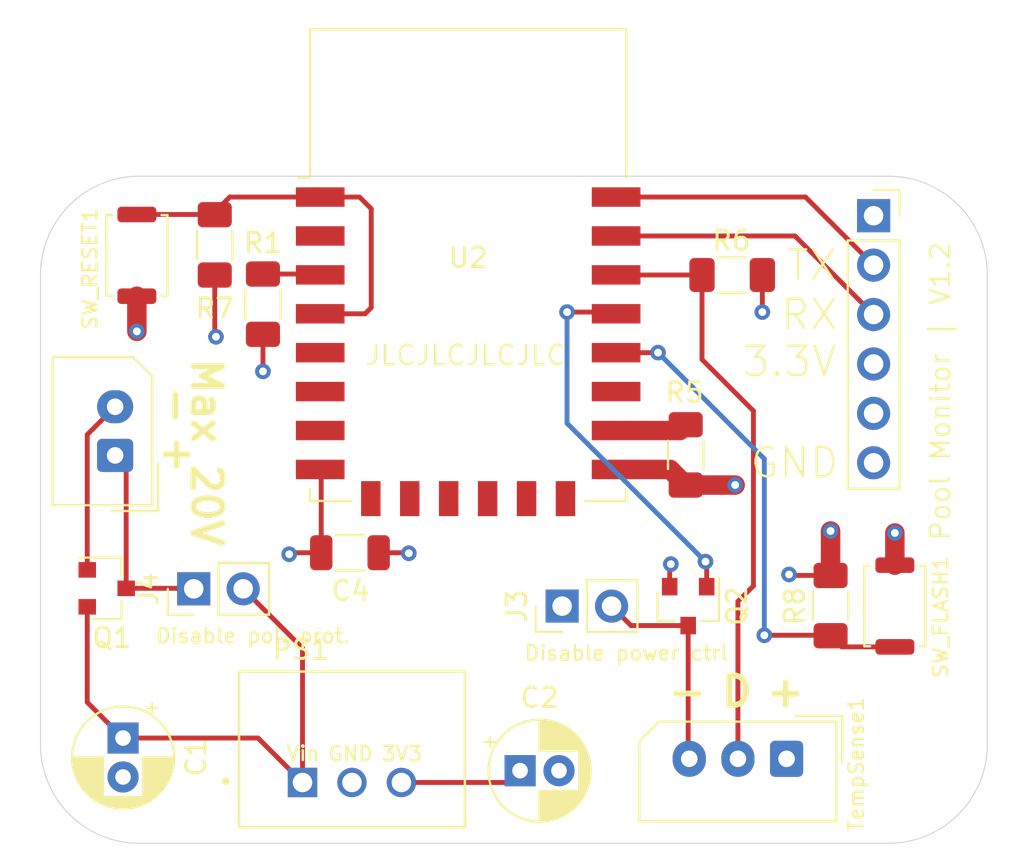
<source format=kicad_pcb>
(kicad_pcb (version 20211014) (generator pcbnew)
  (layers (0 "F.Cu" signal) (1 "In1.Cu" power "GND") (2 "In2.Cu" power "3.3V") (31 "B.Cu" signal) (34 "B.Paste" user) (35 "F.Paste" user) (36 "B.SilkS" user "B.Silkscreen") (37 "F.SilkS" user "F.Silkscreen") (38 "B.Mask" user) (39 "F.Mask" user) (44 "Edge.Cuts" user))
  (net 0 "")
  (net 1 "+3V3")
  (net 2 "GND")
  (net 3 "+BATT")
  (net 4 "Net-(R5-Pad2)")
  (net 5 "TempSenseIn")
  (net 6 "RST_IN")
  (net 7 "GPIO0_IN")
  (net 8 "TX_IN")
  (net 9 "RX_IN")
  (net 10 "Net-(J1-Pad1)")
  (net 11 "Net-(R1-Pad1)")
  (net 12 "TempSenseGND")
  (net 13 "Net-(Q2-Pad1)")
  (footprint "Resistor_SMD:R_1206_3216Metric_Pad1.30x1.75mm_HandSolder" (layer "F.Cu") (at 56.769 34.645 90)
    (fp_text reference "R5" (at 3.2125 -0.0635 180) (layer "F.SilkS"))
    (fp_text value "10k")
    (fp_line (start -0.727064 0.91) (end 0.727064 0.91) (layer "F.SilkS") (width 0.12))
    (fp_line (start -0.727064 -0.91) (end 0.727064 -0.91) (layer "F.SilkS") (width 0.12))
    (pad "1" smd roundrect locked (at -1.55 0 90) (size 1.3 1.75) (layers "F.Cu" "F.Paste" "F.Mask") (roundrect_rratio 0.1923069231) (net 2 "GND"))
    (pad "2" smd roundrect locked (at 1.55 0 90) (size 1.3 1.75) (layers "F.Cu" "F.Paste" "F.Mask") (roundrect_rratio 0.1923069231) (net 4 "Net-(R5-Pad2)"))
  )
  (footprint "Button_Switch_SMD:SW_Push_SPST_NO_Alps_SKRK" (layer "F.Cu") (at 28.575 24.3885 -90)
    (fp_text reference "SW_RESET1" (at 0.694 2.413 -90) (layer "F.SilkS") (effects (font (size 0.75 0.75) (thickness 0.125))))
    (fp_text value "SW_Push")
    (fp_line (start 2.07 -1.57) (end 2.07 -1.27) (layer "F.SilkS") (width 0.12))
    (fp_line (start 2.07 1.27) (end 2.07 1.57) (layer "F.SilkS") (width 0.12))
    (fp_line (start -2.07 1.57) (end -2.07 1.27) (layer "F.SilkS") (width 0.12))
    (fp_line (start -2.07 -1.27) (end -2.07 -1.57) (layer "F.SilkS") (width 0.12))
    (fp_line (start -2.07 -1.57) (end 2.07 -1.57) (layer "F.SilkS") (width 0.12))
    (fp_line (start 2.07 1.57) (end -2.07 1.57) (layer "F.SilkS") (width 0.12))
    (pad "1" smd roundrect locked (at -2.1 0 270) (size 0.8 2) (layers "F.Cu" "F.Paste" "F.Mask") (net 6 "RST_IN"))
    (pad "2" smd roundrect locked (at 2.1 0 270) (size 0.8 2) (layers "F.Cu" "F.Paste" "F.Mask") (net 2 "GND"))
  )
  (footprint "RF_Module:ESP-12E" (layer "F.Cu") (at 45.593 24.892)
    (fp_text reference "U2" (at 0 -0.381) (layer "F.SilkS"))
    (fp_text value "ESP-12E")
    (fp_line (start 8.12 12.12) (end 6 12.12) (layer "F.SilkS") (width 0.12))
    (fp_line (start 8.12 11.5) (end 8.12 12.12) (layer "F.SilkS") (width 0.12))
    (fp_line (start -8.12 -4.5) (end -8.12 -12.12) (layer "F.SilkS") (width 0.12))
    (fp_line (start -6 12.12) (end -8.12 12.12) (layer "F.SilkS") (width 0.12))
    (fp_line (start -8.12 -12.12) (end 8.12 -12.12) (layer "F.SilkS") (width 0.12))
    (fp_line (start -8.12 -4.5) (end -8.73 -4.5) (layer "F.SilkS") (width 0.12))
    (fp_line (start 8.12 -12.12) (end 8.12 -4.5) (layer "F.SilkS") (width 0.12))
    (fp_line (start -8.12 12.12) (end -8.12 11.5) (layer "F.SilkS") (width 0.12))
    (pad "1" smd rect locked (at -7.6 -3.5) (size 2.5 1) (layers "F.Cu" "F.Paste" "F.Mask") (net 6 "RST_IN"))
    (pad "2" smd rect locked (at -7.6 -1.5) (size 2.5 1) (layers "F.Cu" "F.Paste" "F.Mask"))
    (pad "3" smd rect locked (at -7.6 0.5) (size 2.5 1) (layers "F.Cu" "F.Paste" "F.Mask") (net 11 "Net-(R1-Pad1)"))
    (pad "4" smd rect locked (at -7.6 2.5) (size 2.5 1) (layers "F.Cu" "F.Paste" "F.Mask") (net 6 "RST_IN"))
    (pad "5" smd rect locked (at -7.6 4.5) (size 2.5 1) (layers "F.Cu" "F.Paste" "F.Mask"))
    (pad "6" smd rect locked (at -7.6 6.5) (size 2.5 1) (layers "F.Cu" "F.Paste" "F.Mask"))
    (pad "7" smd rect locked (at -7.6 8.5) (size 2.5 1) (layers "F.Cu" "F.Paste" "F.Mask"))
    (pad "8" smd rect locked (at -7.6 10.5) (size 2.5 1) (layers "F.Cu" "F.Paste" "F.Mask") (net 1 "+3V3"))
    (pad "9" smd rect locked (at -5 12) (size 1 1.8) (layers "F.Cu" "F.Paste" "F.Mask"))
    (pad "10" smd rect locked (at -3 12) (size 1 1.8) (layers "F.Cu" "F.Paste" "F.Mask"))
    (pad "11" smd rect locked (at -1 12) (size 1 1.8) (layers "F.Cu" "F.Paste" "F.Mask"))
    (pad "12" smd rect locked (at 1 12) (size 1 1.8) (layers "F.Cu" "F.Paste" "F.Mask"))
    (pad "13" smd rect locked (at 3 12) (size 1 1.8) (layers "F.Cu" "F.Paste" "F.Mask"))
    (pad "14" smd rect locked (at 5 12) (size 1 1.8) (layers "F.Cu" "F.Paste" "F.Mask"))
    (pad "15" smd rect locked (at 7.6 10.5) (size 2.5 1) (layers "F.Cu" "F.Paste" "F.Mask") (net 2 "GND"))
    (pad "16" smd rect locked (at 7.6 8.5) (size 2.5 1) (layers "F.Cu" "F.Paste" "F.Mask") (net 4 "Net-(R5-Pad2)"))
    (pad "17" smd rect locked (at 7.6 6.5) (size 2.5 1) (layers "F.Cu" "F.Paste" "F.Mask"))
    (pad "18" smd rect locked (at 7.6 4.5) (size 2.5 1) (layers "F.Cu" "F.Paste" "F.Mask") (net 7 "GPIO0_IN"))
    (pad "19" smd rect locked (at 7.6 2.5) (size 2.5 1) (layers "F.Cu" "F.Paste" "F.Mask") (net 13 "Net-(Q2-Pad1)"))
    (pad "20" smd rect locked (at 7.6 0.5) (size 2.5 1) (layers "F.Cu" "F.Paste" "F.Mask") (net 5 "TempSenseIn"))
    (pad "21" smd rect locked (at 7.6 -1.5) (size 2.5 1) (layers "F.Cu" "F.Paste" "F.Mask") (net 8 "TX_IN"))
    (pad "22" smd rect locked (at 7.6 -3.5) (size 2.5 1) (layers "F.Cu" "F.Paste" "F.Mask") (net 9 "RX_IN"))
  )
  (footprint "Connector_PinSocket_2.54mm:PinSocket_1x06_P2.54mm_Vertical" (layer "F.Cu") (at 66.421 22.352)
    (fp_text reference "J2")
    (fp_text value "Conn_01x06_Female")
    (fp_line (start -1.33 1.27) (end 1.33 1.27) (layer "F.SilkS") (width 0.12))
    (fp_line (start 1.33 -1.33) (end 1.33 0) (layer "F.SilkS") (width 0.12))
    (fp_line (start -1.33 14.03) (end 1.33 14.03) (layer "F.SilkS") (width 0.12))
    (fp_line (start -1.33 1.27) (end -1.33 14.03) (layer "F.SilkS") (width 0.12))
    (fp_line (start 1.33 1.27) (end 1.33 14.03) (layer "F.SilkS") (width 0.12))
    (fp_line (start 0 -1.33) (end 1.33 -1.33) (layer "F.SilkS") (width 0.12))
    (pad "1" thru_hole rect locked (at 0 0) (size 1.7 1.7) (drill 1) (layers *.Cu *.Mask))
    (pad "2" thru_hole oval locked (at 0 2.54) (size 1.7 1.7) (drill 1) (layers *.Cu *.Mask) (net 9 "RX_IN"))
    (pad "3" thru_hole oval locked (at 0 5.08) (size 1.7 1.7) (drill 1) (layers *.Cu *.Mask) (net 8 "TX_IN"))
    (pad "4" thru_hole oval locked (at 0 7.62) (size 1.7 1.7) (drill 1) (layers *.Cu *.Mask) (net 1 "+3V3"))
    (pad "5" thru_hole oval locked (at 0 10.16) (size 1.7 1.7) (drill 1) (layers *.Cu *.Mask))
    (pad "6" thru_hole oval locked (at 0 12.7) (size 1.7 1.7) (drill 1) (layers *.Cu *.Mask) (net 2 "GND"))
  )
  (footprint "Resistor_SMD:R_1206_3216Metric_Pad1.30x1.75mm_HandSolder" (layer "F.Cu") (at 32.5755 23.85 -90)
    (fp_text reference "R7" (at 3.2645 0) (layer "F.SilkS"))
    (fp_text value "10K")
    (fp_line (start -0.727064 -0.91) (end 0.727064 -0.91) (layer "F.SilkS") (width 0.12))
    (fp_line (start -0.727064 0.91) (end 0.727064 0.91) (layer "F.SilkS") (width 0.12))
    (pad "1" smd roundrect locked (at -1.55 0 270) (size 1.3 1.75) (layers "F.Cu" "F.Paste" "F.Mask") (roundrect_rratio 0.1923069231) (net 6 "RST_IN"))
    (pad "2" smd roundrect locked (at 1.55 0 270) (size 1.3 1.75) (layers "F.Cu" "F.Paste" "F.Mask") (roundrect_rratio 0.1923069231) (net 1 "+3V3"))
  )
  (footprint "Connector_Molex:Molex_SPOX_5267-03A_1x03_P2.50mm_Vertical" (layer "F.Cu") (at 61.9506 50.2666 180)
    (fp_text reference "TempSense1" (at -3.5814 -0.2794 90) (layer "F.SilkS") (effects (font (size 0.75 0.75) (thickness 0.125))))
    (fp_text value "Conn_01x03_Male")
    (fp_line (start -2.56 -3.21) (end -2.56 1.91) (layer "F.SilkS") (width 0.12))
    (fp_line (start -2.86 -0.2) (end -2.86 2.21) (layer "F.SilkS") (width 0.12))
    (fp_line (start -2.86 2.21) (end -0.45 2.21) (layer "F.SilkS") (width 0.12))
    (fp_line (start 6.56 1.91) (end 7.56 0.91) (layer "F.SilkS") (width 0.12))
    (fp_line (start 7.56 -3.21) (end -2.56 -3.21) (layer "F.SilkS") (width 0.12))
    (fp_line (start -2.56 1.91) (end 6.56 1.91) (layer "F.SilkS") (width 0.12))
    (fp_line (start 7.56 0.91) (end 7.56 -3.21) (layer "F.SilkS") (width 0.12))
    (pad "1" thru_hole roundrect locked (at 0 0 180) (size 1.7 1.85) (drill 0.85) (layers *.Cu *.Mask) (roundrect_rratio 0.1470588235) (net 1 "+3V3"))
    (pad "2" thru_hole oval locked (at 2.5 0 180) (size 1.7 1.85) (drill 0.85) (layers *.Cu *.Mask) (net 5 "TempSenseIn"))
    (pad "3" thru_hole oval locked (at 5 0 180) (size 1.7 1.85) (drill 0.85) (layers *.Cu *.Mask) (net 12 "TempSenseGND"))
  )
  (footprint "Package_TO_SOT_SMD:SOT-23" (layer "F.Cu") (at 27.0256 41.5036)
    (fp_text reference "Q1" (at 0.27 2.54) (layer "F.SilkS"))
    (fp_text value "DMP2225L-7 ")
    (fp_line (start 0.76 -1.58) (end -1.4 -1.58) (layer "F.SilkS") (width 0.12))
    (fp_line (start 0.76 1.58) (end -0.7 1.58) (layer "F.SilkS") (width 0.12))
    (fp_line (start 0.76 1.58) (end 0.76 0.65) (layer "F.SilkS") (width 0.12))
    (fp_line (start 0.76 -1.58) (end 0.76 -0.65) (layer "F.SilkS") (width 0.12))
    (pad "1" smd rect locked (at -1 -0.95) (size 0.9 0.8) (layers "F.Cu" "F.Paste" "F.Mask") (net 2 "GND"))
    (pad "2" smd rect locked (at -1 0.95) (size 0.9 0.8) (layers "F.Cu" "F.Paste" "F.Mask") (net 3 "+BATT"))
    (pad "3" smd rect locked (at 1 0) (size 0.9 0.8) (layers "F.Cu" "F.Paste" "F.Mask") (net 10 "Net-(J1-Pad1)"))
  )
  (footprint "Button_Switch_SMD:SW_Push_SPST_NO_Alps_SKRK" (layer "F.Cu") (at 67.5132 42.4135 90)
    (fp_text reference "SW_FLASH1" (at -0.576 2.3495 270) (layer "F.SilkS") (effects (font (size 0.75 0.75) (thickness 0.125))))
    (fp_text value "SW_Push")
    (fp_line (start -2.07 1.57) (end -2.07 1.27) (layer "F.SilkS") (width 0.12))
    (fp_line (start -2.07 -1.57) (end 2.07 -1.57) (layer "F.SilkS") (width 0.12))
    (fp_line (start 2.07 1.27) (end 2.07 1.57) (layer "F.SilkS") (width 0.12))
    (fp_line (start -2.07 -1.27) (end -2.07 -1.57) (layer "F.SilkS") (width 0.12))
    (fp_line (start 2.07 1.57) (end -2.07 1.57) (layer "F.SilkS") (width 0.12))
    (fp_line (start 2.07 -1.57) (end 2.07 -1.27) (layer "F.SilkS") (width 0.12))
    (pad "1" smd roundrect locked (at -2.1 0 90) (size 0.8 2) (layers "F.Cu" "F.Paste" "F.Mask") (net 7 "GPIO0_IN"))
    (pad "2" smd roundrect locked (at 2.1 0 90) (size 0.8 2) (layers "F.Cu" "F.Paste" "F.Mask") (net 2 "GND"))
  )
  (footprint "Resistor_SMD:R_1206_3216Metric_Pad1.30x1.75mm_HandSolder" (layer "F.Cu") (at 59.156 25.4)
    (fp_text reference "R6" (at -0.0375 -1.778) (layer "F.SilkS"))
    (fp_text value "4k7")
    (fp_line (start -0.727064 0.91) (end 0.727064 0.91) (layer "F.SilkS") (width 0.12))
    (fp_line (start -0.727064 -0.91) (end 0.727064 -0.91) (layer "F.SilkS") (width 0.12))
    (pad "1" smd roundrect locked (at -1.55 0) (size 1.3 1.75) (layers "F.Cu" "F.Paste" "F.Mask") (roundrect_rratio 0.1923069231) (net 5 "TempSenseIn"))
    (pad "2" smd roundrect locked (at 1.55 0) (size 1.3 1.75) (layers "F.Cu" "F.Paste" "F.Mask") (roundrect_rratio 0.1923069231) (net 1 "+3V3"))
  )
  (footprint "Resistor_SMD:R_1206_3216Metric_Pad1.30x1.75mm_HandSolder" (layer "F.Cu") (at 64.2112 42.392 90)
    (fp_text reference "R8" (at -0.026 -1.8415 270) (layer "F.SilkS"))
    (fp_text value "10K")
    (fp_line (start -0.727064 -0.91) (end 0.727064 -0.91) (layer "F.SilkS") (width 0.12))
    (fp_line (start -0.727064 0.91) (end 0.727064 0.91) (layer "F.SilkS") (width 0.12))
    (pad "1" smd roundrect locked (at -1.55 0 90) (size 1.3 1.75) (layers "F.Cu" "F.Paste" "F.Mask") (roundrect_rratio 0.1923069231) (net 7 "GPIO0_IN"))
    (pad "2" smd roundrect locked (at 1.55 0 90) (size 1.3 1.75) (layers "F.Cu" "F.Paste" "F.Mask") (roundrect_rratio 0.1923069231) (net 1 "+3V3"))
  )
  (footprint "Connector_Molex:Molex_SPOX_5267-02A_1x02_P2.50mm_Vertical" (layer "F.Cu") (at 27.4574 34.671 90)
    (fp_text reference "J1")
    (fp_text value "Conn_01x02_Male")
    (fp_line (start -2.56 1.91) (end 4.06 1.91) (layer "F.SilkS") (width 0.12))
    (fp_line (start -2.56 -3.21) (end -2.56 1.91) (layer "F.SilkS") (width 0.12))
    (fp_line (start -2.86 -0.2) (end -2.86 2.21) (layer "F.SilkS") (width 0.12))
    (fp_line (start 4.06 1.91) (end 5.06 0.91) (layer "F.SilkS") (width 0.12))
    (fp_line (start 5.06 0.91) (end 5.06 -3.21) (layer "F.SilkS") (width 0.12))
    (fp_line (start 5.06 -3.21) (end -2.56 -3.21) (layer "F.SilkS") (width 0.12))
    (fp_line (start -2.86 2.21) (end -0.45 2.21) (layer "F.SilkS") (width 0.12))
    (pad "1" thru_hole roundrect locked (at 0 0 90) (size 1.7 1.85) (drill 0.85) (layers *.Cu *.Mask) (roundrect_rratio 0.1470588235) (net 10 "Net-(J1-Pad1)"))
    (pad "2" thru_hole oval locked (at 2.5 0 90) (size 1.7 1.85) (drill 0.85) (layers *.Cu *.Mask) (net 2 "GND"))
  )
  (footprint "Resistor_SMD:R_1206_3216Metric_Pad1.30x1.75mm_HandSolder" (layer "F.Cu") (at 35.052 26.898 -90)
    (fp_text reference "R1" (at -3.149 0 180) (layer "F.SilkS"))
    (fp_text value "10K")
    (fp_line (start -0.727064 -0.91) (end 0.727064 -0.91) (layer "F.SilkS") (width 0.12))
    (fp_line (start -0.727064 0.91) (end 0.727064 0.91) (layer "F.SilkS") (width 0.12))
    (pad "1" smd roundrect locked (at -1.55 0 270) (size 1.3 1.75) (layers "F.Cu" "F.Paste" "F.Mask") (roundrect_rratio 0.1923069231) (net 11 "Net-(R1-Pad1)"))
    (pad "2" smd roundrect locked (at 1.55 0 270) (size 1.3 1.75) (layers "F.Cu" "F.Paste" "F.Mask") (roundrect_rratio 0.1923069231) (net 1 "+3V3"))
  )
  (footprint "Capacitor_THT:CP_Radial_D5.0mm_P2.00mm" (layer "F.Cu") (at 27.8638 49.1998 -90)
    (fp_text reference "C1" (at 1 -3.75 90) (layer "F.SilkS"))
    (fp_text value "10uF")
    (fp_line (start 2.721 1.04) (end 2.721 1.937) (layer "F.SilkS") (width 0.12))
    (fp_line (start 1.12 1.04) (end 1.12 2.578) (layer "F.SilkS") (width 0.12))
    (fp_line (start 2.681 1.04) (end 2.681 1.971) (layer "F.SilkS") (width 0.12))
    (fp_line (start 1.32 -2.561) (end 1.32 -1.04) (layer "F.SilkS") (width 0.12))
    (fp_line (start 1.44 -2.543) (end 1.44 -1.04) (layer "F.SilkS") (width 0.12))
    (fp_line (start 2.401 -2.175) (end 2.401 -1.04) (layer "F.SilkS") (width 0.12))
    (fp_line (start 1.2 1.04) (end 1.2 2.573) (layer "F.SilkS") (width 0.12))
    (fp_line (start 2.361 -2.2) (end 2.361 -1.04) (layer "F.SilkS") (width 0.12))
    (fp_line (start 1.761 -2.468) (end 1.761 -1.04) (layer "F.SilkS") (width 0.12))
    (fp_line (start 1.24 -2.569) (end 1.24 -1.04) (layer "F.SilkS") (width 0.12))
    (fp_line (start 1.921 1.04) (end 1.921 2.414) (layer "F.SilkS") (width 0.12))
    (fp_line (start 2.641 -2.004) (end 2.641 -1.04) (layer "F.SilkS") (width 0.12))
    (fp_line (start 1.52 1.04) (end 1.52 2.528) (layer "F.SilkS") (width 0.12))
    (fp_line (start 2.121 -2.329) (end 2.121 -1.04) (layer "F.SilkS") (width 0.12))
    (fp_line (start 3.321 -1.178) (end 3.321 1.178) (layer "F.SilkS") (width 0.12))
    (fp_line (start 2.961 1.04) (end 2.961 1.699) (layer "F.SilkS") (width 0.12))
    (fp_line (start 3.161 -1.443) (end 3.161 1.443) (layer "F.SilkS") (width 0.12))
    (fp_line (start 1.16 -2.576) (end 1.16 -1.04) (layer "F.SilkS") (width 0.12))
    (fp_line (start 2.841 -1.826) (end 2.841 -1.04) (layer "F.SilkS") (width 0.12))
    (fp_line (start 2.201 -2.29) (end 2.201 -1.04) (layer "F.SilkS") (width 0.12))
    (fp_line (start 2.401 1.04) (end 2.401 2.175) (layer "F.SilkS") (width 0.12))
    (fp_line (start 2.281 -2.247) (end 2.281 -1.04) (layer "F.SilkS") (width 0.12))
    (fp_line (start 1.24 1.04) (end 1.24 2.569) (layer "F.SilkS") (width 0.12))
    (fp_line (start 3.121 -1.5) (end 3.121 1.5) (layer "F.SilkS") (width 0.12))
    (fp_line (start 2.601 1.04) (end 2.601 2.035) (layer "F.SilkS") (width 0.12))
    (fp_line (start 2.561 1.04) (end 2.561 2.065) (layer "F.SilkS") (width 0.12))
    (fp_line (start 1.48 -2.536) (end 1.48 -1.04) (layer "F.SilkS") (width 0.12))
    (fp_line (start 1.841 1.04) (end 1.841 2.442) (layer "F.SilkS") (width 0.12))
    (fp_line (start 1.04 -2.58) (end 1.04 -1.04) (layer "F.SilkS") (width 0.12))
    (fp_line (start 2.321 1.04) (end 2.321 2.224) (layer "F.SilkS") (width 0.12))
    (fp_line (start 1.6 -2.511) (end 1.6 -1.04) (layer "F.SilkS") (width 0.12))
    (fp_line (start 2.241 1.04) (end 2.241 2.268) (layer "F.SilkS") (width 0.12))
    (fp_line (start 3.041 -1.605) (end 3.041 1.605) (layer "F.SilkS") (width 0.12))
    (fp_line (start 1.56 1.04) (end 1.56 2.52) (layer "F.SilkS") (width 0.12))
    (fp_line (start 2.641 1.04) (end 2.641 2.004) (layer "F.SilkS") (width 0.12))
    (fp_line (start 1.28 1.04) (end 1.28 2.565) (layer "F.SilkS") (width 0.12))
    (fp_line (start -1.554775 -1.725) (end -1.554775 -1.225) (layer "F.SilkS") (width 0.12))
    (fp_line (start 3.201 -1.383) (end 3.201 1.383) (layer "F.SilkS") (width 0.12))
    (fp_line (start 3.361 -1.098) (end 3.361 1.098) (layer "F.SilkS") (width 0.12))
    (fp_line (start 2.761 1.04) (end 2.761 1.901) (layer "F.SilkS") (width 0.12))
    (fp_line (start 3.241 -1.319) (end 3.241 1.319) (layer "F.SilkS") (width 0.12))
    (fp_line (start 3.481 -0.805) (end 3.481 0.805) (layer "F.SilkS") (width 0.12))
    (fp_line (start 3.561 -0.518) (end 3.561 0.518) (layer "F.SilkS") (width 0.12))
    (fp_line (start 1.841 -2.442) (end 1.841 -1.04) (layer "F.SilkS") (width 0.12))
    (fp_line (start 2.281 1.04) (end 2.281 2.247) (layer "F.SilkS") (width 0.12))
    (fp_line (start 2.881 1.04) (end 2.881 1.785) (layer "F.SilkS") (width 0.12))
    (fp_line (start 1.36 1.04) (end 1.36 2.556) (layer "F.SilkS") (width 0.12))
    (fp_line (start 1.56 -2.52) (end 1.56 -1.04) (layer "F.SilkS") (width 0.12))
    (fp_line (start 1.68 -2.491) (end 1.68 -1.04) (layer "F.SilkS") (width 0.12))
    (fp_line (start 3.001 1.04) (end 3.001 1.653) (layer "F.SilkS") (width 0.12))
    (fp_line (start 1.08 -2.579) (end 1.08 -1.04) (layer "F.SilkS") (width 0.12))
    (fp_line (start 1.36 -2.556) (end 1.36 -1.04) (layer "F.SilkS") (width 0.12))
    (fp_line (start 1.801 -2.455) (end 1.801 -1.04) (layer "F.SilkS") (width 0.12))
    (fp_line (start -1.804775 -1.475) (end -1.304775 -1.475) (layer "F.SilkS") (width 0.12))
    (fp_line (start 1 1.04) (end 1 2.58) (layer "F.SilkS") (width 0.12))
    (fp_line (start 3.001 -1.653) (end 3.001 -1.04) (layer "F.SilkS") (width 0.12))
    (fp_line (start 2.241 -2.268) (end 2.241 -1.04) (layer "F.SilkS") (width 0.12))
    (fp_line (start 2.881 -1.785) (end 2.881 -1.04) (layer "F.SilkS") (width 0.12))
    (fp_line (start 2.081 1.04) (end 2.081 2.348) (layer "F.SilkS") (width 0.12))
    (fp_line (start 2.761 -1.901) (end 2.761 -1.04) (layer "F.SilkS") (width 0.12))
    (fp_line (start 2.121 1.04) (end 2.121 2.329) (layer "F.SilkS") (width 0.12))
    (fp_line (start 1.68 1.04) (end 1.68 2.491) (layer "F.SilkS") (width 0.12))
    (fp_line (start 1.721 1.04) (end 1.721 2.48) (layer "F.SilkS") (width 0.12))
    (fp_line (start 1.64 -2.501) (end 1.64 -1.04) (layer "F.SilkS") (width 0.12))
    (fp_line (start 1.961 -2.398) (end 1.961 -1.04) (layer "F.SilkS") (width 0.12))
    (fp_line (start 2.921 1.04) (end 2.921 1.743) (layer "F.SilkS") (width 0.12))
    (fp_line (start 2.001 -2.382) (end 2.001 -1.04) (layer "F.SilkS") (width 0.12))
    (fp_line (start 1.28 -2.565) (end 1.28 -1.04) (layer "F.SilkS") (width 0.12))
    (fp_line (start 1.44 1.04) (end 1.44 2.543) (layer "F.SilkS") (width 0.12))
    (fp_line (start 2.801 -1.864) (end 2.801 -1.04) (layer "F.SilkS") (width 0.12))
    (fp_line (start 2.601 -2.035) (end 2.601 -1.04) (layer "F.SilkS") (width 0.12))
    (fp_line (start 2.201 1.04) (end 2.201 2.29) (layer "F.SilkS") (width 0.12))
    (fp_line (start 1.08 1.04) (end 1.08 2.579) (layer "F.SilkS") (width 0.12))
    (fp_line (start 2.161 1.04) (end 2.161 2.31) (layer "F.SilkS") (width 0.12))
    (fp_line (start 3.521 -0.677) (end 3.521 0.677) (layer "F.SilkS") (width 0.12))
    (fp_line (start 2.721 -1.937) (end 2.721 -1.04) (layer "F.SilkS") (width 0.12))
    (fp_line (start 1.64 1.04) (end 1.64 2.501) (layer "F.SilkS") (width 0.12))
    (fp_line (start 1.32 1.04) (end 1.32 2.561) (layer "F.SilkS") (width 0.12))
    (fp_line (start 1.881 1.04) (end 1.881 2.428) (layer "F.SilkS") (width 0.12))
    (fp_line (start 1.4 1.04) (end 1.4 2.55) (layer "F.SilkS") (width 0.12))
    (fp_line (start 3.401 -1.011) (end 3.401 1.011) (layer "F.SilkS") (width 0.12))
    (fp_line (start 2.961 -1.699) (end 2.961 -1.04) (layer "F.SilkS") (width 0.12))
    (fp_line (start 2.801 1.04) (end 2.801 1.864) (layer "F.SilkS") (width 0.12))
    (fp_line (start 2.041 1.04) (end 2.041 2.365) (layer "F.SilkS") (width 0.12))
    (fp_line (start 1.721 -2.48) (end 1.721 -1.04) (layer "F.SilkS") (width 0.12))
    (fp_line (start 2.081 -2.348) (end 2.081 -1.04) (layer "F.SilkS") (width 0.12))
    (fp_line (start 1.16 1.04) (end 1.16 2.576) (layer "F.SilkS") (width 0.12))
    (fp_line (start 2.361 1.04) (end 2.361 2.2) (layer "F.SilkS") (width 0.12))
    (fp_line (start 1 -2.58) (end 1 -1.04) (layer "F.SilkS") (width 0.12))
    (fp_line (start 2.561 -2.065) (end 2.561 -1.04) (layer "F.SilkS") (width 0.12))
    (fp_line (start 2.521 1.04) (end 2.521 2.095) (layer "F.SilkS") (width 0.12))
    (fp_line (start 1.881 -2.428) (end 1.881 -1.04) (layer "F.SilkS") (width 0.12))
    (fp_line (start 3.081 -1.554) (end 3.081 1.554) (layer "F.SilkS") (width 0.12))
    (fp_line (start 2.841 1.04) (end 2.841 1.826) (layer "F.SilkS") (width 0.12))
    (fp_line (start 1.801 1.04) (end 1.801 2.455) (layer "F.SilkS") (width 0.12))
    (fp_line (start 1.761 1.04) (end 1.761 2.468) (layer "F.SilkS") (width 0.12))
    (fp_line (start 2.481 1.04) (end 2.481 2.122) (layer "F.SilkS") (width 0.12))
    (fp_line (start 1.4 -2.55) (end 1.4 -1.04) (layer "F.SilkS") (width 0.12))
    (fp_line (start 2.681 -1.971) (end 2.681 -1.04) (layer "F.SilkS") (width 0.12))
    (fp_line (start 3.281 -1.251) (end 3.281 1.251) (layer "F.SilkS") (width 0.12))
    (fp_line (start 1.04 1.04) (end 1.04 2.58) (layer "F.SilkS") (width 0.12))
    (fp_line (start 2.441 1.04) (end 2.441 2.149) (layer "F.SilkS") (width 0.12))
    (fp_line (start 1.48 1.04) (end 1.48 2.536) (layer "F.SilkS") (width 0.12))
    (fp_line (start 2.441 -2.149) (end 2.441 -1.04) (layer "F.SilkS") (width 0.12))
    (fp_line (start 3.601 -0.284) (end 3.601 0.284) (layer "F.SilkS") (width 0.12))
    (fp_line (start 2.481 -2.122) (end 2.481 -1.04) (layer "F.SilkS") (width 0.12))
    (fp_line (start 2.161 -2.31) (end 2.161 -1.04) (layer "F.SilkS") (width 0.12))
    (fp_line (start 2.041 -2.365) (end 2.041 -1.04) (layer "F.SilkS") (width 0.12))
    (fp_line (start 2.001 1.04) (end 2.001 2.382) (layer "F.SilkS") (width 0.12))
    (fp_line (start 3.441 -0.915) (end 3.441 0.915) (layer "F.SilkS") (width 0.12))
    (fp_line (start 1.921 -2.414) (end 1.921 -1.04) (layer "F.SilkS") (width 0.12))
    (fp_line (start 1.12 -2.578) (end 1.12 -1.04) (layer "F.SilkS") (width 0.12))
    (fp_line (start 1.961 1.04) (end 1.961 2.398) (layer "F.SilkS") (width 0.12))
    (fp_line (start 2.521 -2.095) (end 2.521 -1.04) (layer "F.SilkS") (width 0.12))
    (fp_line (start 2.921 -1.743) (end 2.921 -1.04) (layer "F.SilkS") (width 0.12))
    (fp_line (start 1.52 -2.528) (end 1.52 -1.04) (layer "F.SilkS") (width 0.12))
    (fp_line (start 1.2 -2.573) (end 1.2 -1.04) (layer "F.SilkS") (width 0.12))
    (fp_line (start 1.6 1.04) (end 1.6 2.511) (layer "F.SilkS") (width 0.12))
    (fp_line (start 2.321 -2.224) (end 2.321 -1.04) (layer "F.SilkS") (width 0.12))
    (fp_circle (center 1 0) (end 3.62 0) (layer "F.SilkS") (width 0.12) (fill none))
    (pad "1" thru_hole rect locked (at 0 0 270) (size 1.6 1.6) (drill 0.8) (layers *.Cu *.Mask) (net 3 "+BATT"))
    (pad "2" thru_hole circle locked (at 2 0 270) (size 1.6 1.6) (drill 0.8) (layers *.Cu *.Mask) (net 2 "GND"))
  )
  (footprint "Capacitor_THT:CP_Radial_D5.0mm_P2.00mm" (layer "F.Cu") (at 48.26 50.8762)
    (fp_text reference "C2" (at 1 -3.75) (layer "F.SilkS"))
    (fp_text value "22uF")
    (fp_line (start 1.32 -2.561) (end 1.32 -1.04) (layer "F.SilkS") (width 0.12))
    (fp_line (start 2.881 -1.785) (end 2.881 -1.04) (layer "F.SilkS") (width 0.12))
    (fp_line (start 1.52 1.04) (end 1.52 2.528) (layer "F.SilkS") (width 0.12))
    (fp_line (start 2.281 1.04) (end 2.281 2.247) (layer "F.SilkS") (width 0.12))
    (fp_line (start 2.681 1.04) (end 2.681 1.971) (layer "F.SilkS") (width 0.12))
    (fp_line (start 1.2 1.04) (end 1.2 2.573) (layer "F.SilkS") (width 0.12))
    (fp_line (start 3.001 -1.653) (end 3.001 -1.04) (layer "F.SilkS") (width 0.12))
    (fp_line (start 2.321 1.04) (end 2.321 2.224) (layer "F.SilkS") (width 0.12))
    (fp_line (start 1.801 1.04) (end 1.801 2.455) (layer "F.SilkS") (width 0.12))
    (fp_line (start 2.401 -2.175) (end 2.401 -1.04) (layer "F.SilkS") (width 0.12))
    (fp_line (start 3.241 -1.319) (end 3.241 1.319) (layer "F.SilkS") (width 0.12))
    (fp_line (start 2.801 1.04) (end 2.801 1.864) (layer "F.SilkS") (width 0.12))
    (fp_line (start 3.561 -0.518) (end 3.561 0.518) (layer "F.SilkS") (width 0.12))
    (fp_line (start 1.761 1.04) (end 1.761 2.468) (layer "F.SilkS") (width 0.12))
    (fp_line (start 1.6 -2.511) (end 1.6 -1.04) (layer "F.SilkS") (width 0.12))
    (fp_line (start 2.081 -2.348) (end 2.081 -1.04) (layer "F.SilkS") (width 0.12))
    (fp_line (start 2.321 -2.224) (end 2.321 -1.04) (layer "F.SilkS") (width 0.12))
    (fp_line (start 1.28 1.04) (end 1.28 2.565) (layer "F.SilkS") (width 0.12))
    (fp_line (start 1.64 -2.501) (end 1.64 -1.04) (layer "F.SilkS") (width 0.12))
    (fp_line (start 2.041 1.04) (end 2.041 2.365) (layer "F.SilkS") (width 0.12))
    (fp_line (start 1.12 1.04) (end 1.12 2.578) (layer "F.SilkS") (width 0.12))
    (fp_line (start -1.804775 -1.475) (end -1.304775 -1.475) (layer "F.SilkS") (width 0.12))
    (fp_line (start 1.48 -2.536) (end 1.48 -1.04) (layer "F.SilkS") (width 0.12))
    (fp_line (start 1.04 -2.58) (end 1.04 -1.04) (layer "F.SilkS") (width 0.12))
    (fp_line (start 2.361 -2.2) (end 2.361 -1.04) (layer "F.SilkS") (width 0.12))
    (fp_line (start 1.6 1.04) (end 1.6 2.511) (layer "F.SilkS") (width 0.12))
    (fp_line (start 1.64 1.04) (end 1.64 2.501) (layer "F.SilkS") (width 0.12))
    (fp_line (start 1.841 1.04) (end 1.841 2.442) (layer "F.SilkS") (width 0.12))
    (fp_line (start 2.161 -2.31) (end 2.161 -1.04) (layer "F.SilkS") (width 0.12))
    (fp_line (start 1.721 1.04) (end 1.721 2.48) (layer "F.SilkS") (width 0.12))
    (fp_line (start 1.881 1.04) (end 1.881 2.428) (layer "F.SilkS") (width 0.12))
    (fp_line (start 2.721 -1.937) (end 2.721 -1.04) (layer "F.SilkS") (width 0.12))
    (fp_line (start 1.24 -2.569) (end 1.24 -1.04) (layer "F.SilkS") (width 0.12))
    (fp_line (start 2.841 1.04) (end 2.841 1.826) (layer "F.SilkS") (width 0.12))
    (fp_line (start 2.681 -1.971) (end 2.681 -1.04) (layer "F.SilkS") (width 0.12))
    (fp_line (start 3.601 -0.284) (end 3.601 0.284) (layer "F.SilkS") (width 0.12))
    (fp_line (start 1.16 1.04) (end 1.16 2.576) (layer "F.SilkS") (width 0.12))
    (fp_line (start 2.761 -1.901) (end 2.761 -1.04) (layer "F.SilkS") (width 0.12))
    (fp_line (start 1.44 1.04) (end 1.44 2.543) (layer "F.SilkS") (width 0.12))
    (fp_line (start 2.241 1.04) (end 2.241 2.268) (layer "F.SilkS") (width 0.12))
    (fp_line (start 1.4 1.04) (end 1.4 2.55) (layer "F.SilkS") (width 0.12))
    (fp_line (start 1.04 1.04) (end 1.04 2.58) (layer "F.SilkS") (width 0.12))
    (fp_line (start 1.68 1.04) (end 1.68 2.491) (layer "F.SilkS") (width 0.12))
    (fp_line (start 3.121 -1.5) (end 3.121 1.5) (layer "F.SilkS") (width 0.12))
    (fp_line (start 1.12 -2.578) (end 1.12 -1.04) (layer "F.SilkS") (width 0.12))
    (fp_line (start 2.481 1.04) (end 2.481 2.122) (layer "F.SilkS") (width 0.12))
    (fp_line (start 1.56 1.04) (end 1.56 2.52) (layer "F.SilkS") (width 0.12))
    (fp_line (start -1.554775 -1.725) (end -1.554775 -1.225) (layer "F.SilkS") (width 0.12))
    (fp_line (start 2.561 1.04) (end 2.561 2.065) (layer "F.SilkS") (width 0.12))
    (fp_line (start 2.601 1.04) (end 2.601 2.035) (layer "F.SilkS") (width 0.12))
    (fp_line (start 2.961 -1.699) (end 2.961 -1.04) (layer "F.SilkS") (width 0.12))
    (fp_line (start 2.641 1.04) (end 2.641 2.004) (layer "F.SilkS") (width 0.12))
    (fp_line (start 1.68 -2.491) (end 1.68 -1.04) (layer "F.SilkS") (width 0.12))
    (fp_line (start 3.201 -1.383) (end 3.201 1.383) (layer "F.SilkS") (width 0.12))
    (fp_line (start 3.361 -1.098) (end 3.361 1.098) (layer "F.SilkS") (width 0.12))
    (fp_line (start 1.16 -2.576) (end 1.16 -1.04) (layer "F.SilkS") (width 0.12))
    (fp_line (start 1.801 -2.455) (end 1.801 -1.04) (layer "F.SilkS") (width 0.12))
    (fp_line (start 2.921 -1.743) (end 2.921 -1.04) (layer "F.SilkS") (width 0.12))
    (fp_line (start 1.881 -2.428) (end 1.881 -1.04) (layer "F.SilkS") (width 0.12))
    (fp_line (start 1.2 -2.573) (end 1.2 -1.04) (layer "F.SilkS") (width 0.12))
    (fp_line (start 2.441 -2.149) (end 2.441 -1.04) (layer "F.SilkS") (width 0.12))
    (fp_line (start 1.08 1.04) (end 1.08 2.579) (layer "F.SilkS") (width 0.12))
    (fp_line (start 2.801 -1.864) (end 2.801 -1.04) (layer "F.SilkS") (width 0.12))
    (fp_line (start 2.921 1.04) (end 2.921 1.743) (layer "F.SilkS") (width 0.12))
    (fp_line (start 2.121 1.04) (end 2.121 2.329) (layer "F.SilkS") (width 0.12))
    (fp_line (start 1.721 -2.48) (end 1.721 -1.04) (layer "F.SilkS") (width 0.12))
    (fp_line (start 2.281 -2.247) (end 2.281 -1.04) (layer "F.SilkS") (width 0.12))
    (fp_line (start 1.48 1.04) (end 1.48 2.536) (layer "F.SilkS") (width 0.12))
    (fp_line (start 1.841 -2.442) (end 1.841 -1.04) (layer "F.SilkS") (width 0.12))
    (fp_line (start 2.561 -2.065) (end 2.561 -1.04) (layer "F.SilkS") (width 0.12))
    (fp_line (start 3.001 1.04) (end 3.001 1.653) (layer "F.SilkS") (width 0.12))
    (fp_line (start 1.36 -2.556) (end 1.36 -1.04) (layer "F.SilkS") (width 0.12))
    (fp_line (start 1.4 -2.55) (end 1.4 -1.04) (layer "F.SilkS") (width 0.12))
    (fp_line (start 2.521 1.04) (end 2.521 2.095) (layer "F.SilkS") (width 0.12))
    (fp_line (start 2.201 1.04) (end 2.201 2.29) (layer "F.SilkS") (width 0.12))
    (fp_line (start 3.481 -0.805) (end 3.481 0.805) (layer "F.SilkS") (width 0.12))
    (fp_line (start 2.361 1.04) (end 2.361 2.2) (layer "F.SilkS") (width 0.12))
    (fp_line (start 1.761 -2.468) (end 1.761 -1.04) (layer "F.SilkS") (width 0.12))
    (fp_line (start 2.841 -1.826) (end 2.841 -1.04) (layer "F.SilkS") (width 0.12))
    (fp_line (start 2.961 1.04) (end 2.961 1.699) (layer "F.SilkS") (width 0.12))
    (fp_line (start 2.001 -2.382) (end 2.001 -1.04) (layer "F.SilkS") (width 0.12))
    (fp_line (start 3.041 -1.605) (end 3.041 1.605) (layer "F.SilkS") (width 0.12))
    (fp_line (start 1.08 -2.579) (end 1.08 -1.04) (layer "F.SilkS") (width 0.12))
    (fp_line (start 3.161 -1.443) (end 3.161 1.443) (layer "F.SilkS") (width 0.12))
    (fp_line (start 1.44 -2.543) (end 1.44 -1.04) (layer "F.SilkS") (width 0.12))
    (fp_line (start 2.521 -2.095) (end 2.521 -1.04) (layer "F.SilkS") (width 0.12))
    (fp_line (start 1.921 1.04) (end 1.921 2.414) (layer "F.SilkS") (width 0.12))
    (fp_line (start 1.52 -2.528) (end 1.52 -1.04) (layer "F.SilkS") (width 0.12))
    (fp_line (start 1 -2.58) (end 1 -1.04) (layer "F.SilkS") (width 0.12))
    (fp_line (start 1.36 1.04) (end 1.36 2.556) (layer "F.SilkS") (width 0.12))
    (fp_line (start 1.56 -2.52) (end 1.56 -1.04) (layer "F.SilkS") (width 0.12))
    (fp_line (start 2.121 -2.329) (end 2.121 -1.04) (layer "F.SilkS") (width 0.12))
    (fp_line (start 2.481 -2.122) (end 2.481 -1.04) (layer "F.SilkS") (width 0.12))
    (fp_line (start 2.001 1.04) (end 2.001 2.382) (layer "F.SilkS") (width 0.12))
    (fp_line (start 2.761 1.04) (end 2.761 1.901) (layer "F.SilkS") (width 0.12))
    (fp_line (start 2.041 -2.365) (end 2.041 -1.04) (layer "F.SilkS") (width 0.12))
    (fp_line (start 2.201 -2.29) (end 2.201 -1.04) (layer "F.SilkS") (width 0.12))
    (fp_line (start 2.881 1.04) (end 2.881 1.785) (layer "F.SilkS") (width 0.12))
    (fp_line (start 1.24 1.04) (end 1.24 2.569) (layer "F.SilkS") (width 0.12))
    (fp_line (start 3.441 -0.915) (end 3.441 0.915) (layer "F.SilkS") (width 0.12))
    (fp_line (start 2.241 -2.268) (end 2.241 -1.04) (layer "F.SilkS") (width 0.12))
    (fp_line (start 2.601 -2.035) (end 2.601 -1.04) (layer "F.SilkS") (width 0.12))
    (fp_line (start 1 1.04) (end 1 2.58) (layer "F.SilkS") (width 0.12))
    (fp_line (start 2.081 1.04) (end 2.081 2.348) (layer "F.SilkS") (width 0.12))
    (fp_line (start 1.961 1.04) (end 1.961 2.398) (layer "F.SilkS") (width 0.12))
    (fp_line (start 3.281 -1.251) (end 3.281 1.251) (layer "F.SilkS") (width 0.12))
    (fp_line (start 2.641 -2.004) (end 2.641 -1.04) (layer "F.SilkS") (width 0.12))
    (fp_line (start 2.441 1.04) (end 2.441 2.149) (layer "F.SilkS") (width 0.12))
    (fp_line (start 1.921 -2.414) (end 1.921 -1.04) (layer "F.SilkS") (width 0.12))
    (fp_line (start 2.161 1.04) (end 2.161 2.31) (layer "F.SilkS") (width 0.12))
    (fp_line (start 3.321 -1.178) (end 3.321 1.178) (layer "F.SilkS") (width 0.12))
    (fp_line (start 3.401 -1.011) (end 3.401 1.011) (layer "F.SilkS") (width 0.12))
    (fp_line (start 1.961 -2.398) (end 1.961 -1.04) (layer "F.SilkS") (width 0.12))
    (fp_line (start 2.721 1.04) (end 2.721 1.937) (layer "F.SilkS") (width 0.12))
    (fp_line (start 1.32 1.04) (end 1.32 2.561) (layer "F.SilkS") (width 0.12))
    (fp_line (start 3.521 -0.677) (end 3.521 0.677) (layer "F.SilkS") (width 0.12))
    (fp_line (start 1.28 -2.565) (end 1.28 -1.04) (layer "F.SilkS") (width 0.12))
    (fp_line (start 3.081 -1.554) (end 3.081 1.554) (layer "F.SilkS") (width 0.12))
    (fp_line (start 2.401 1.04) (end 2.401 2.175) (layer "F.SilkS") (width 0.12))
    (fp_circle (center 1 0) (end 3.62 0) (layer "F.SilkS") (width 0.12) (fill none))
    (pad "1" thru_hole rect locked (at 0 0) (size 1.6 1.6) (drill 0.8) (layers *.Cu *.Mask) (net 1 "+3V3"))
    (pad "2" thru_hole circle locked (at 2 0) (size 1.6 1.6) (drill 0.8) (layers *.Cu *.Mask) (net 2 "GND"))
  )
  (footprint "Capacitor_SMD:C_1206_3216Metric" (layer "F.Cu") (at 39.5206 39.6748)
    (fp_text reference "C4" (at 0.0272 1.9558) (layer "F.SilkS"))
    (fp_text value "1uf")
    (fp_line (start -0.711252 0.91) (end 0.711252 0.91) (layer "F.SilkS") (width 0.12))
    (fp_line (start -0.711252 -0.91) (end 0.711252 -0.91) (layer "F.SilkS") (width 0.12))
    (pad "1" smd roundrect locked (at -1.475 0) (size 1.15 1.8) (layers "F.Cu" "F.Paste" "F.Mask") (roundrect_rratio 0.2173904348) (net 1 "+3V3"))
    (pad "2" smd roundrect locked (at 1.475 0) (size 1.15 1.8) (layers "F.Cu" "F.Paste" "F.Mask") (roundrect_rratio 0.2173904348) (net 2 "GND"))
  )
  (footprint "CustomFootprints:CONV_K7803M-1000R3" (layer "F.Cu") (at 39.624 49.784)
    (fp_text reference "PS1" (at -2.625 -5.135) (layer "F.SilkS"))
    (fp_text value "K7803M-1000R3")
    (fp_line (start 5.8 4) (end -5.8 4) (layer "F.SilkS") (width 0.127))
    (fp_line (start -5.8 -4) (end 5.8 -4) (layer "F.SilkS") (width 0.127))
    (fp_line (start -5.8 4) (end -5.8 -4) (layer "F.SilkS") (width 0.127))
    (fp_line (start 5.8 -4) (end 5.8 4) (layer "F.SilkS") (width 0.127))
    (fp_circle (center -6.5 1.625) (end -6.4 1.625) (layer "F.SilkS") (width 0.2) (fill none))
    (pad "1" thru_hole rect locked (at -2.54 1.7) (size 1.508 1.508) (drill 1) (layers *.Cu *.Mask) (net 3 "+BATT"))
    (pad "2" thru_hole circle locked (at 0 1.7) (size 1.508 1.508) (drill 1) (layers *.Cu *.Mask) (net 2 "GND"))
    (pad "3" thru_hole circle locked (at 2.54 1.7) (size 1.508 1.508) (drill 1) (layers *.Cu *.Mask) (net 1 "+3V3"))
  )
  (footprint "Package_TO_SOT_SMD:SOT-23" (layer "F.Cu") (at 56.896 42.418 -90)
    (fp_text reference "Q2" (at 0 -2.5 90) (layer "F.SilkS"))
    (fp_text value "AO3400A")
    (fp_line (start 0.76 1.58) (end 0.76 0.65) (layer "F.SilkS") (width 0.12))
    (fp_line (start 0.76 1.58) (end -0.7 1.58) (layer "F.SilkS") (width 0.12))
    (fp_line (start 0.76 -1.58) (end 0.76 -0.65) (layer "F.SilkS") (width 0.12))
    (fp_line (start 0.76 -1.58) (end -1.4 -1.58) (layer "F.SilkS") (width 0.12))
    (pad "1" smd rect locked (at -1 -0.95 270) (size 0.9 0.8) (layers "F.Cu" "F.Paste" "F.Mask") (net 13 "Net-(Q2-Pad1)"))
    (pad "2" smd rect locked (at -1 0.95 270) (size 0.9 0.8) (layers "F.Cu" "F.Paste" "F.Mask") (net 2 "GND"))
    (pad "3" smd rect locked (at 1 0 270) (size 0.9 0.8) (layers "F.Cu" "F.Paste" "F.Mask") (net 12 "TempSenseGND"))
  )
  (footprint "Connector_PinHeader_2.54mm:PinHeader_1x02_P2.54mm_Vertical" (layer "F.Cu") (at 50.419 42.418 90)
    (fp_text reference "J3" (at 0 -2.33 90) (layer "F.SilkS"))
    (fp_text value "Conn_01x02_Male")
    (fp_line (start -1.33 0) (end -1.33 -1.33) (layer "F.SilkS") (width 0.12))
    (fp_line (start -1.33 1.27) (end -1.33 3.87) (layer "F.SilkS") (width 0.12))
    (fp_line (start -1.33 1.27) (end 1.33 1.27) (layer "F.SilkS") (width 0.12))
    (fp_line (start -1.33 -1.33) (end 0 -1.33) (layer "F.SilkS") (width 0.12))
    (fp_line (start 1.33 1.27) (end 1.33 3.87) (layer "F.SilkS") (width 0.12))
    (fp_line (start -1.33 3.87) (end 1.33 3.87) (layer "F.SilkS") (width 0.12))
    (pad "1" thru_hole rect locked (at 0 0 90) (size 1.7 1.7) (drill 1) (layers *.Cu *.Mask) (net 2 "GND"))
    (pad "2" thru_hole oval locked (at 0 2.54 90) (size 1.7 1.7) (drill 1) (layers *.Cu *.Mask) (net 12 "TempSenseGND"))
  )
  (footprint "Connector_PinHeader_2.54mm:PinHeader_1x02_P2.54mm_Vertical" (layer "F.Cu") (at 31.496 41.529 90)
    (fp_text reference "J4" (at 0 -2.33 90) (layer "F.SilkS"))
    (fp_text value "Conn_01x02_Male")
    (fp_line (start -1.33 1.27) (end -1.33 3.87) (layer "F.SilkS") (width 0.12))
    (fp_line (start -1.33 0) (end -1.33 -1.33) (layer "F.SilkS") (width 0.12))
    (fp_line (start -1.33 3.87) (end 1.33 3.87) (layer "F.SilkS") (width 0.12))
    (fp_line (start 1.33 1.27) (end 1.33 3.87) (layer "F.SilkS") (width 0.12))
    (fp_line (start -1.33 1.27) (end 1.33 1.27) (layer "F.SilkS") (width 0.12))
    (fp_line (start -1.33 -1.33) (end 0 -1.33) (layer "F.SilkS") (width 0.12))
    (pad "1" thru_hole rect locked (at 0 0 90) (size 1.7 1.7) (drill 1) (layers *.Cu *.Mask) (net 10 "Net-(J1-Pad1)"))
    (pad "2" thru_hole oval locked (at 0 2.54 90) (size 1.7 1.7) (drill 1) (layers *.Cu *.Mask) (net 3 "+BATT"))
  )
  (gr_line (start 28.702 20.32) (end 67.183 20.32) (layer "Edge.Cuts") (width 0.05))
  (gr_line (start 23.622 25.4) (end 23.622 49.53) (layer "Edge.Cuts") (width 0.05))
  (gr_line (start 28.702 54.61) (end 67.183 54.61) (layer "Edge.Cuts") (width 0.05))
  (gr_line (start 72.263 25.4) (end 72.263 49.53) (layer "Edge.Cuts") (width 0.05))
  (gr_arc (start 72.263 49.53) (mid 70.775102 53.122102) (end 67.183 54.61) (layer "Edge.Cuts") (width 0.05))
  (gr_arc (start 23.622 25.4) (mid 25.109898 21.807898) (end 28.702 20.32) (layer "Edge.Cuts") (width 0.05))
  (gr_arc (start 28.702 54.61) (mid 25.109898 53.122102) (end 23.622 49.53) (layer "Edge.Cuts") (width 0.05))
  (gr_arc (start 67.183 20.32) (mid 70.775102 21.807898) (end 72.263 25.4) (layer "Edge.Cuts") (width 0.05))
  (gr_text "3.3V" (at 62.103 29.845) (layer "F.SilkS") (effects (font (size 1.5 1.5) (thickness 0.125))))
  (gr_text "Pool Monitor | V1.2" (at 69.85 39.116 90) (layer "F.SilkS") (effects (font (size 1 1) (thickness 0.125)) (justify left)))
  (gr_text "RX" (at 63.119 27.432) (layer "F.SilkS") (effects (font (size 1.5 1.5) (thickness 0.125))))
  (gr_text "TX" (at 63.246 24.892) (layer "F.SilkS") (effects (font (size 1.5 1.5) (thickness 0.125))))
  (gr_text "+" (at 30.5054 34.6202 90) (layer "F.SilkS") (effects (font (size 1.5 1.5) (thickness 0.3))))
  (gr_text "-" (at 30.6578 32.1056 270) (layer "F.SilkS") (effects (font (size 1.5 1.5) (thickness 0.3))))
  (gr_text "D" (at 59.3979 46.8122) (layer "F.SilkS") (effects (font (size 1.5 1.5) (thickness 0.3))))
  (gr_text "Max 20V" (at 32.1564 34.5186 270) (layer "F.SilkS") (effects (font (size 1.5 1.5) (thickness 0.3))))
  (gr_text "Vin" (at 36.195 49.9872) (layer "F.SilkS") (effects (font (size 0.75 0.75) (thickness 0.125)) (justify left)))
  (gr_text "GND" (at 38.3286 50.0126) (layer "F.SilkS") (effects (font (size 0.75 0.75) (thickness 0.125)) (justify left)))
  (gr_text "3V3" (at 41.0718 50.0126) (layer "F.SilkS") (effects (font (size 0.75 0.75) (thickness 0.125)) (justify left)))
  (gr_text "Disable pol. prot." (at 34.544 43.942) (layer "F.SilkS") (effects (font (size 0.75 0.75) (thickness 0.125))))
  (gr_text "Disable power ctrl" (at 53.721 44.831) (layer "F.SilkS") (effects (font (size 0.75 0.75) (thickness 0.125))))
  (gr_text "GND" (at 62.357 35.052) (layer "F.SilkS") (effects (font (size 1.5 1.5) (thickness 0.125))))
  (gr_text "-" (at 56.8452 47.0154 180) (layer "F.SilkS") (effects (font (size 1.5 1.5) (thickness 0.3))))
  (gr_text "+" (at 61.7982 46.9138 90) (layer "F.SilkS") (effects (font (size 1.5 1.5) (thickness 0.3))))
  (gr_text "JLCJLCJLCJLC" (at 45.466 29.5275) (layer "F.SilkS") (effects (font (size 1 1) (thickness 0.125))))
  (segment (start 38.0456 39.6748) (end 38.0456 35.4446) (width 0.25) (layer "F.Cu") (net 1))
  (segment (start 47.6522 51.484) (end 48.26 50.8762) (width 0.25) (layer "F.Cu") (net 1))
  (segment (start 32.5835 25.392) (end 32.5755 25.4) (width 0.25) (layer "F.Cu") (net 1))
  (segment (start 38.0456 35.4446) (end 37.993 35.392) (width 0.25) (layer "F.Cu") (net 1))
  (segment (start 42.164 51.484) (end 47.6522 51.484) (width 0.25) (layer "F.Cu") (net 1))
  (segment (start 35.052 28.448) (end 35.052 30.353) (width 0.25) (layer "F.Cu") (net 1))
  (segment (start 64.2112 40.842) (end 62.1272 40.842) (width 0.25) (layer "F.Cu") (net 1))
  (segment (start 32.5755 28.5115) (end 32.639 28.575) (width 0.25) (layer "F.Cu") (net 1))
  (segment (start 64.2112 40.842) (end 64.2112 38.5572) (width 1) (layer "F.Cu") (net 1))
  (segment (start 62.1272 40.842) (end 62.0776 40.7924) (width 0.25) (layer "F.Cu") (net 1))
  (segment (start 32.5755 25.4) (end 32.5755 28.5115) (width 0.25) (layer "F.Cu") (net 1))
  (segment (start 38.0456 39.6748) (end 36.4744 39.6748) (width 0.25) (layer "F.Cu") (net 1))
  (segment (start 60.706 25.4) (end 60.706 27.305) (width 0.25) (layer "F.Cu") (net 1))
  (segment (start 36.4744 39.6748) (end 36.3982 39.751) (width 0.25) (layer "F.Cu") (net 1))
  (via (at 32.639 28.575) (size 0.8) (drill 0.4) (layers "F.Cu" "B.Cu") (net 1))
  (via (at 35.052 30.353) (size 0.8) (drill 0.4) (layers "F.Cu" "B.Cu") (net 1))
  (via (at 60.706 27.305) (size 0.8) (drill 0.4) (layers "F.Cu" "B.Cu") (net 1))
  (via (at 62.0776 40.7924) (size 0.8) (drill 0.4) (layers "F.Cu" "B.Cu") (net 1))
  (via (at 36.3982 39.751) (size 0.8) (drill 0.4) (layers "F.Cu" "B.Cu") (net 1))
  (via (at 64.2112 38.5572) (size 0.8) (drill 0.4) (layers "F.Cu" "B.Cu") (net 1))
  (segment (start 53.193 35.392) (end 55.966 35.392) (width 1) (layer "F.Cu") (net 2))
  (segment (start 56.769 36.195) (end 59.309 36.195) (width 1) (layer "F.Cu") (net 2))
  (segment (start 26.0256 40.5536) (end 26.0256 33.6028) (width 0.25) (layer "F.Cu") (net 2))
  (segment (start 55.946 41.418) (end 55.946 40.32) (width 0.25) (layer "F.Cu") (net 2))
  (segment (start 42.5196 39.6748) (end 42.545 39.7002) (width 0.25) (layer "F.Cu") (net 2))
  (segment (start 26.0256 33.6028) (end 27.4574 32.171) (width 0.25) (layer "F.Cu") (net 2))
  (segment (start 55.966 35.392) (end 56.769 36.195) (width 1) (layer "F.Cu") (net 2))
  (segment (start 55.946 40.32) (end 56.007 40.259) (width 0.25) (layer "F.Cu") (net 2))
  (segment (start 40.9956 39.6748) (end 42.5196 39.6748) (width 0.25) (layer "F.Cu") (net 2))
  (segment (start 28.575 26.4885) (end 28.575 28.2956) (width 1) (layer "F.Cu") (net 2))
  (segment (start 67.5132 40.3135) (end 67.5132 38.6588) (width 1) (layer "F.Cu") (net 2))
  (via (at 59.309 36.195) (size 0.8) (drill 0.4) (layers "F.Cu" "B.Cu") (net 2))
  (via (at 28.575 28.2956) (size 0.8) (drill 0.4) (layers "F.Cu" "B.Cu") (net 2))
  (via (at 56.007 40.259) (size 0.8) (drill 0.4) (layers "F.Cu" "B.Cu") (net 2))
  (via (at 42.545 39.7002) (size 0.8) (drill 0.4) (layers "F.Cu" "B.Cu") (net 2))
  (via (at 67.5132 38.6588) (size 0.8) (drill 0.4) (layers "F.Cu" "B.Cu") (net 2))
  (segment (start 37.084 44.577) (end 34.036 41.529) (width 0.25) (layer "F.Cu") (net 3))
  (segment (start 27.8638 49.1998) (end 34.7998 49.1998) (width 0.25) (layer "F.Cu") (net 3))
  (segment (start 26.0256 42.4536) (end 26.0256 47.3616) (width 0.25) (layer "F.Cu") (net 3))
  (segment (start 34.7998 49.1998) (end 37.084 51.484) (width 0.25) (layer "F.Cu") (net 3))
  (segment (start 26.0256 47.3616) (end 27.8638 49.1998) (width 0.25) (layer "F.Cu") (net 3))
  (segment (start 37.084 51.484) (end 37.084 44.577) (width 0.25) (layer "F.Cu") (net 3))
  (segment (start 56.472 33.392) (end 56.769 33.095) (width 1) (layer "F.Cu") (net 4))
  (segment (start 53.193 33.392) (end 56.472 33.392) (width 1) (layer "F.Cu") (net 4))
  (segment (start 60.2488 32.385) (end 60.2488 41.3766) (width 0.25) (layer "F.Cu") (net 5))
  (segment (start 57.606 25.4) (end 53.201 25.4) (width 0.25) (layer "F.Cu") (net 5))
  (segment (start 53.201 25.4) (end 53.193 25.392) (width 0.25) (layer "F.Cu") (net 5))
  (segment (start 59.4506 42.1748) (end 59.4506 50.2666) (width 0.25) (layer "F.Cu") (net 5))
  (segment (start 57.606 29.7422) (end 60.2488 32.385) (width 0.25) (layer "F.Cu") (net 5))
  (segment (start 60.2488 41.3766) (end 59.4506 42.1748) (width 0.25) (layer "F.Cu") (net 5))
  (segment (start 57.606 25.4) (end 57.606 29.7422) (width 0.25) (layer "F.Cu") (net 5))
  (segment (start 33.345 21.392) (end 37.993 21.392) (width 0.25) (layer "F.Cu") (net 6))
  (segment (start 28.575 22.2885) (end 32.564 22.2885) (width 0.25) (layer "F.Cu") (net 6))
  (segment (start 32.5755 22.3) (end 32.5755 22.1615) (width 0.25) (layer "F.Cu") (net 6))
  (segment (start 37.993 27.392) (end 40.299 27.392) (width 0.25) (layer "F.Cu") (net 6))
  (segment (start 32.564 22.2885) (end 32.5755 22.3) (width 0.25) (layer "F.Cu") (net 6))
  (segment (start 32.5755 22.1615) (end 33.345 21.392) (width 0.25) (layer "F.Cu") (net 6))
  (segment (start 40.299 27.392) (end 40.6146 27.0764) (width 0.25) (layer "F.Cu") (net 6))
  (segment (start 40.0102 21.392) (end 37.993 21.392) (width 0.25) (layer "F.Cu") (net 6))
  (segment (start 40.6146 21.9964) (end 40.0102 21.392) (width 0.25) (layer "F.Cu") (net 6))
  (segment (start 40.6146 27.0764) (end 40.6146 21.9964) (width 0.25) (layer "F.Cu") (net 6))
  (segment (start 64.1858 43.9166) (end 64.2112 43.942) (width 0.25) (layer "F.Cu") (net 7))
  (segment (start 64.7827 44.5135) (end 64.2112 43.942) (width 0.25) (layer "F.Cu") (net 7))
  (segment (start 53.193 29.392) (end 55.3424 29.392) (width 0.25) (layer "F.Cu") (net 7))
  (segment (start 55.3424 29.392) (end 55.3466 29.3878) (width 0.25) (layer "F.Cu") (net 7))
  (segment (start 60.8076 43.9166) (end 64.1858 43.9166) (width 0.25) (layer "F.Cu") (net 7))
  (segment (start 67.5132 44.5135) (end 64.7827 44.5135) (width 0.25) (layer "F.Cu") (net 7))
  (via (at 55.3466 29.3878) (size 0.8) (drill 0.4) (layers "F.Cu" "B.Cu") (net 7))
  (via (at 60.8076 43.9166) (size 0.8) (drill 0.4) (layers "F.Cu" "B.Cu") (net 7))
  (segment (start 60.8076 34.8488) (end 60.8076 43.9166) (width 0.25) (layer "B.Cu") (net 7))
  (segment (start 55.3466 29.3878) (end 60.8076 34.8488) (width 0.25) (layer "B.Cu") (net 7))
  (segment (start 66.421 27.432) (end 62.381 23.392) (width 0.25) (layer "F.Cu") (net 8))
  (segment (start 62.381 23.392) (end 53.193 23.392) (width 0.25) (layer "F.Cu") (net 8))
  (segment (start 62.921 21.392) (end 53.193 21.392) (width 0.25) (layer "F.Cu") (net 9))
  (segment (start 66.421 24.892) (end 62.921 21.392) (width 0.25) (layer "F.Cu") (net 9))
  (segment (start 28.0256 35.2392) (end 27.4574 34.671) (width 0.25) (layer "F.Cu") (net 10))
  (segment (start 28.0256 41.5036) (end 28.0256 35.2392) (width 0.25) (layer "F.Cu") (net 10))
  (segment (start 31.4706 41.5036) (end 31.496 41.529) (width 0.25) (layer "F.Cu") (net 10))
  (segment (start 28.0256 41.5036) (end 31.4706 41.5036) (width 0.25) (layer "F.Cu") (net 10))
  (segment (start 35.052 25.348) (end 37.949 25.348) (width 0.25) (layer "F.Cu") (net 11))
  (segment (start 37.949 25.348) (end 37.993 25.392) (width 0.25) (layer "F.Cu") (net 11))
  (segment (start 56.896 50.212) (end 56.9506 50.2666) (width 0.25) (layer "F.Cu") (net 12))
  (segment (start 53.959 43.418) (end 52.959 42.418) (width 0.25) (layer "F.Cu") (net 12))
  (segment (start 56.896 43.418) (end 53.959 43.418) (width 0.25) (layer "F.Cu") (net 12))
  (segment (start 56.896 43.418) (end 56.896 50.212) (width 0.25) (layer "F.Cu") (net 12))
  (segment (start 50.673 27.305) (end 53.106 27.305) (width 0.25) (layer "F.Cu") (net 13))
  (segment (start 57.846 40.193) (end 57.785 40.132) (width 0.25) (layer "F.Cu") (net 13))
  (segment (start 53.106 27.305) (end 53.193 27.392) (width 0.25) (layer "F.Cu") (net 13))
  (segment (start 57.846 41.418) (end 57.846 40.193) (width 0.25) (layer "F.Cu") (net 13))
  (via (at 50.673 27.305) (size 0.8) (drill 0.4) (layers "F.Cu" "B.Cu") (net 13))
  (via (at 57.785 40.132) (size 0.8) (drill 0.4) (layers "F.Cu" "B.Cu") (net 13))
  (segment (start 50.673 33.02) (end 50.673 27.305) (width 0.25) (layer "B.Cu") (net 13))
  (segment (start 57.785 40.132) (end 50.673 33.02) (width 0.25) (layer "B.Cu") (net 13))
)
</source>
